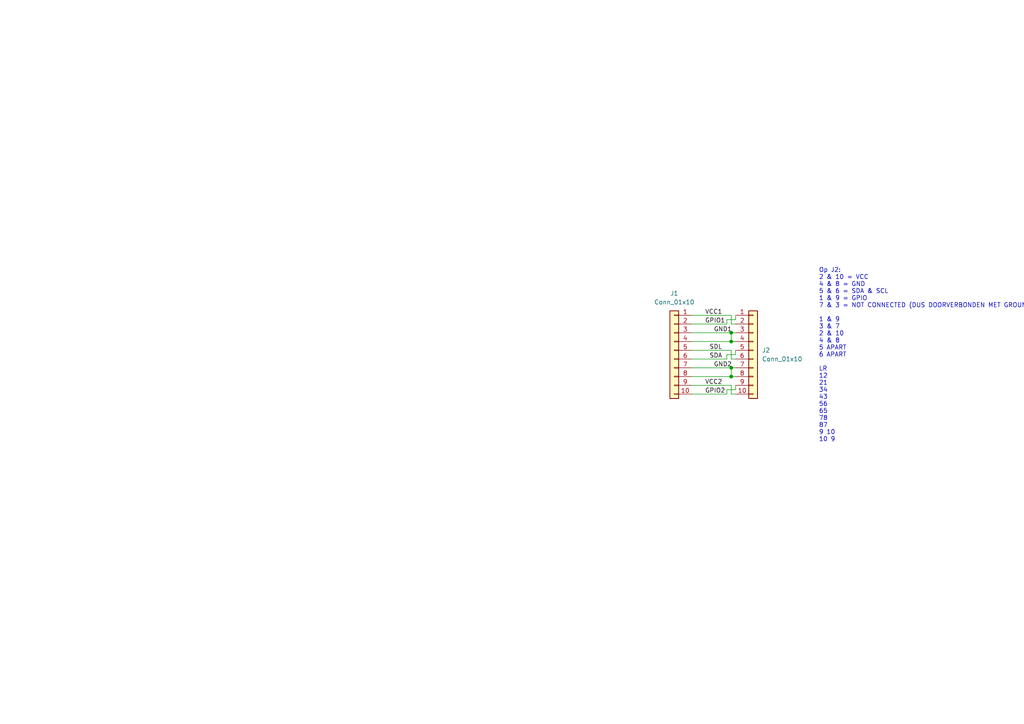
<source format=kicad_sch>
(kicad_sch (version 20211123) (generator eeschema)
  (paper "A4")
  (lib_symbols
    (symbol "Connector_Generic:Conn_01x10" (pin_names (offset 1.016) hide)
      (property "Reference" "J" (at 0 12.7 0))
      (property "Value" "Conn_01x10" (at 0 -15.24 0))
      (symbol "Conn_01x10_1_1"
        (rectangle (start -1.27 -12.573) (end 0 -12.827) (stroke (width 0.1524)))
        (rectangle (start -1.27 -10.033) (end 0 -10.287) (stroke (width 0.1524)))
        (rectangle (start -1.27 -7.493) (end 0 -7.747) (stroke (width 0.1524)))
        (rectangle (start -1.27 -4.953) (end 0 -5.207) (stroke (width 0.1524)))
        (rectangle (start -1.27 -2.413) (end 0 -2.667) (stroke (width 0.1524)))
        (rectangle (start -1.27 0.127) (end 0 -0.127) (stroke (width 0.1524)))
        (rectangle (start -1.27 2.667) (end 0 2.413) (stroke (width 0.1524)))
        (rectangle (start -1.27 5.207) (end 0 4.953) (stroke (width 0.1524)))
        (rectangle (start -1.27 7.747) (end 0 7.493) (stroke (width 0.1524)))
        (rectangle (start -1.27 10.287) (end 0 10.033) (stroke (width 0.1524)))
        (rectangle (start -1.27 11.43) (end 1.27 -13.97) (stroke (width 0.254)) (fill (type background)))
        (pin passive line (at -5.08 10.16 0) (length 3.81) (name "Pin_1") (number "1"))
        (pin passive line (at -5.08 -12.7 0) (length 3.81) (name "Pin_10") (number "10"))
        (pin passive line (at -5.08 7.62 0) (length 3.81) (name "Pin_2") (number "2"))
        (pin passive line (at -5.08 5.08 0) (length 3.81) (name "Pin_3") (number "3"))
        (pin passive line (at -5.08 2.54 0) (length 3.81) (name "Pin_4") (number "4"))
        (pin passive line (at -5.08 0 0) (length 3.81) (name "Pin_5") (number "5"))
        (pin passive line (at -5.08 -2.54 0) (length 3.81) (name "Pin_6") (number "6"))
        (pin passive line (at -5.08 -5.08 0) (length 3.81) (name "Pin_7") (number "7"))
        (pin passive line (at -5.08 -7.62 0) (length 3.81) (name "Pin_8") (number "8"))
        (pin passive line (at -5.08 -10.16 0) (length 3.81) (name "Pin_9") (number "9"))
      )
    )
  )
  (junction (at 212.09 109.22))
  (junction (at 212.09 99.06))
  (junction (at 212.09 106.68))
  (junction (at 212.09 96.52))
  (wire (pts (xy 212.09 104.14) (xy 213.36 104.14)))
  (wire (pts (xy 212.09 93.98) (xy 213.36 93.98)))
  (wire (pts (xy 212.09 91.44) (xy 212.09 93.98)))
  (wire (pts (xy 210.82 113.03) (xy 213.36 113.03)))
  (wire (pts (xy 200.66 104.14) (xy 210.82 104.14)))
  (wire (pts (xy 200.66 111.76) (xy 212.09 111.76)))
  (wire (pts (xy 210.82 102.87) (xy 213.36 102.87)))
  (wire (pts (xy 212.09 109.22) (xy 213.36 109.22)))
  (wire (pts (xy 200.66 101.6) (xy 212.09 101.6)))
  (wire (pts (xy 212.09 101.6) (xy 212.09 104.14)))
  (wire (pts (xy 210.82 92.71) (xy 213.36 92.71)))
  (wire (pts (xy 212.09 99.06) (xy 213.36 99.06)))
  (wire (pts (xy 213.36 111.76) (xy 213.36 113.03)))
  (wire (pts (xy 200.66 109.22) (xy 212.09 109.22)))
  (wire (pts (xy 200.66 96.52) (xy 212.09 96.52)))
  (wire (pts (xy 212.09 106.68) (xy 213.36 106.68)))
  (wire (pts (xy 212.09 96.52) (xy 212.09 99.06)))
  (wire (pts (xy 212.09 114.3) (xy 213.36 114.3)))
  (wire (pts (xy 210.82 114.3) (xy 210.82 113.03)))
  (wire (pts (xy 200.66 106.68) (xy 212.09 106.68)))
  (wire (pts (xy 210.82 93.98) (xy 210.82 92.71)))
  (wire (pts (xy 200.66 114.3) (xy 210.82 114.3)))
  (wire (pts (xy 212.09 106.68) (xy 212.09 109.22)))
  (wire (pts (xy 200.66 99.06) (xy 212.09 99.06)))
  (wire (pts (xy 212.09 96.52) (xy 213.36 96.52)))
  (wire (pts (xy 213.36 91.44) (xy 213.36 92.71)))
  (wire (pts (xy 212.09 111.76) (xy 212.09 114.3)))
  (wire (pts (xy 213.36 101.6) (xy 213.36 102.87)))
  (wire (pts (xy 210.82 104.14) (xy 210.82 102.87)))
  (wire (pts (xy 200.66 93.98) (xy 210.82 93.98)))
  (wire (pts (xy 200.66 91.44) (xy 212.09 91.44)))
  (text "Op J2:\n2 & 10 = VCC\n4 & 8 = GND\n5 & 6 = SDA & SCL\n1 & 9 = GPIO\n7 & 3 = NOT CONNECTED (DUS DOORVERBONDEN MET GROUND\n\n1 & 9\n3 & 7\n2 & 10\n4 & 8\n5 APART\n6 APART\n\nLR\n12\n21\n34\n43\n56\n65\n78\n87\n9 10\n10 9\n" (at 237.49 128.27 0) (effects (font (size 1.27 1.27)) (justify left bottom)))
  (label "GND2" (at 207.01 106.68 0))
  (label "VCC2" (at 204.47 111.76 0))
  (label "GND1" (at 207.01 96.52 0))
  (label "SDA" (at 205.74 104.14 0))
  (label "GPIO1" (at 204.47 93.98 0))
  (label "VCC1" (at 204.47 91.44 0))
  (label "GPIO2" (at 204.47 114.3 0))
  (label "SDL" (at 205.74 101.6 0))
  (symbol (lib_id "Connector_Generic:Conn_01x10") (at 195.58 101.6 0) (mirror y) (unit 1)
    (property "Reference" "J1" (at 195.58 85.09 0))
    (property "Value" "Conn_01x10" (at 195.58 87.63 0))
    (property "Footprint" "Connector_PinHeader_2.00mm:PinHeader_2x05_P2.00mm_Vertical" (effects hide))
  )
  (symbol (lib_id "Connector_Generic:Conn_01x10") (at 218.44 101.6 0) (unit 1)
    (property "Reference" "J2" (at 220.98 101.5999 0) (effects (justify left)))
    (property "Value" "Conn_01x10" (at 220.98 104.1399 0) (effects (justify left)))
    (property "Footprint" "Connector_PinHeader_2.00mm:PinHeader_2x05_P2.00mm_Vertical" (effects hide))
  )
)
</source>
